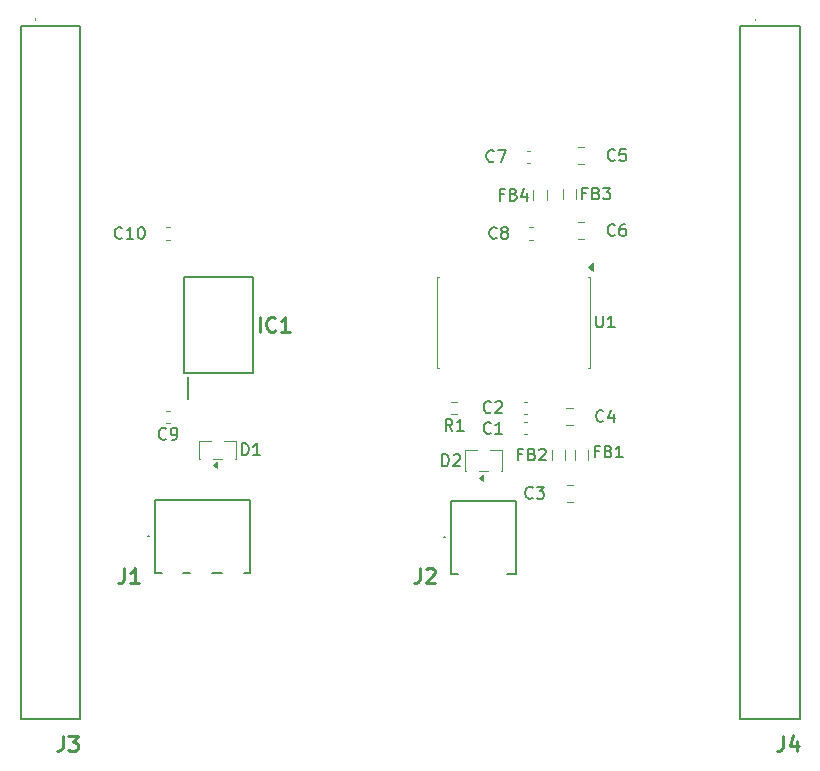
<source format=gto>
%TF.GenerationSoftware,KiCad,Pcbnew,9.0.7-9.0.7~ubuntu24.04.1*%
%TF.CreationDate,2026-01-13T16:37:34+01:00*%
%TF.ProjectId,can_uart,63616e5f-7561-4727-942e-6b696361645f,1.0*%
%TF.SameCoordinates,Original*%
%TF.FileFunction,Legend,Top*%
%TF.FilePolarity,Positive*%
%FSLAX46Y46*%
G04 Gerber Fmt 4.6, Leading zero omitted, Abs format (unit mm)*
G04 Created by KiCad (PCBNEW 9.0.7-9.0.7~ubuntu24.04.1) date 2026-01-13 16:37:34*
%MOMM*%
%LPD*%
G01*
G04 APERTURE LIST*
%ADD10C,0.150000*%
%ADD11C,0.254000*%
%ADD12C,0.120000*%
%ADD13C,0.200000*%
%ADD14C,0.100000*%
G04 APERTURE END LIST*
D10*
X166954166Y-89181009D02*
X166620833Y-89181009D01*
X166620833Y-89704819D02*
X166620833Y-88704819D01*
X166620833Y-88704819D02*
X167097023Y-88704819D01*
X167811309Y-89181009D02*
X167954166Y-89228628D01*
X167954166Y-89228628D02*
X168001785Y-89276247D01*
X168001785Y-89276247D02*
X168049404Y-89371485D01*
X168049404Y-89371485D02*
X168049404Y-89514342D01*
X168049404Y-89514342D02*
X168001785Y-89609580D01*
X168001785Y-89609580D02*
X167954166Y-89657200D01*
X167954166Y-89657200D02*
X167858928Y-89704819D01*
X167858928Y-89704819D02*
X167477976Y-89704819D01*
X167477976Y-89704819D02*
X167477976Y-88704819D01*
X167477976Y-88704819D02*
X167811309Y-88704819D01*
X167811309Y-88704819D02*
X167906547Y-88752438D01*
X167906547Y-88752438D02*
X167954166Y-88800057D01*
X167954166Y-88800057D02*
X168001785Y-88895295D01*
X168001785Y-88895295D02*
X168001785Y-88990533D01*
X168001785Y-88990533D02*
X167954166Y-89085771D01*
X167954166Y-89085771D02*
X167906547Y-89133390D01*
X167906547Y-89133390D02*
X167811309Y-89181009D01*
X167811309Y-89181009D02*
X167477976Y-89181009D01*
X169001785Y-89704819D02*
X168430357Y-89704819D01*
X168716071Y-89704819D02*
X168716071Y-88704819D01*
X168716071Y-88704819D02*
X168620833Y-88847676D01*
X168620833Y-88847676D02*
X168525595Y-88942914D01*
X168525595Y-88942914D02*
X168430357Y-88990533D01*
X161370833Y-93109580D02*
X161323214Y-93157200D01*
X161323214Y-93157200D02*
X161180357Y-93204819D01*
X161180357Y-93204819D02*
X161085119Y-93204819D01*
X161085119Y-93204819D02*
X160942262Y-93157200D01*
X160942262Y-93157200D02*
X160847024Y-93061961D01*
X160847024Y-93061961D02*
X160799405Y-92966723D01*
X160799405Y-92966723D02*
X160751786Y-92776247D01*
X160751786Y-92776247D02*
X160751786Y-92633390D01*
X160751786Y-92633390D02*
X160799405Y-92442914D01*
X160799405Y-92442914D02*
X160847024Y-92347676D01*
X160847024Y-92347676D02*
X160942262Y-92252438D01*
X160942262Y-92252438D02*
X161085119Y-92204819D01*
X161085119Y-92204819D02*
X161180357Y-92204819D01*
X161180357Y-92204819D02*
X161323214Y-92252438D01*
X161323214Y-92252438D02*
X161370833Y-92300057D01*
X161704167Y-92204819D02*
X162323214Y-92204819D01*
X162323214Y-92204819D02*
X161989881Y-92585771D01*
X161989881Y-92585771D02*
X162132738Y-92585771D01*
X162132738Y-92585771D02*
X162227976Y-92633390D01*
X162227976Y-92633390D02*
X162275595Y-92681009D01*
X162275595Y-92681009D02*
X162323214Y-92776247D01*
X162323214Y-92776247D02*
X162323214Y-93014342D01*
X162323214Y-93014342D02*
X162275595Y-93109580D01*
X162275595Y-93109580D02*
X162227976Y-93157200D01*
X162227976Y-93157200D02*
X162132738Y-93204819D01*
X162132738Y-93204819D02*
X161847024Y-93204819D01*
X161847024Y-93204819D02*
X161751786Y-93157200D01*
X161751786Y-93157200D02*
X161704167Y-93109580D01*
D11*
X138260237Y-79074318D02*
X138260237Y-77804318D01*
X139590714Y-78953365D02*
X139530238Y-79013842D01*
X139530238Y-79013842D02*
X139348809Y-79074318D01*
X139348809Y-79074318D02*
X139227857Y-79074318D01*
X139227857Y-79074318D02*
X139046428Y-79013842D01*
X139046428Y-79013842D02*
X138925476Y-78892889D01*
X138925476Y-78892889D02*
X138864999Y-78771937D01*
X138864999Y-78771937D02*
X138804523Y-78530032D01*
X138804523Y-78530032D02*
X138804523Y-78348603D01*
X138804523Y-78348603D02*
X138864999Y-78106699D01*
X138864999Y-78106699D02*
X138925476Y-77985746D01*
X138925476Y-77985746D02*
X139046428Y-77864794D01*
X139046428Y-77864794D02*
X139227857Y-77804318D01*
X139227857Y-77804318D02*
X139348809Y-77804318D01*
X139348809Y-77804318D02*
X139530238Y-77864794D01*
X139530238Y-77864794D02*
X139590714Y-77925270D01*
X140800238Y-79074318D02*
X140074523Y-79074318D01*
X140437380Y-79074318D02*
X140437380Y-77804318D01*
X140437380Y-77804318D02*
X140316428Y-77985746D01*
X140316428Y-77985746D02*
X140195476Y-78106699D01*
X140195476Y-78106699D02*
X140074523Y-78167175D01*
X182576667Y-113304318D02*
X182576667Y-114211461D01*
X182576667Y-114211461D02*
X182516190Y-114392889D01*
X182516190Y-114392889D02*
X182395238Y-114513842D01*
X182395238Y-114513842D02*
X182213809Y-114574318D01*
X182213809Y-114574318D02*
X182092857Y-114574318D01*
X183725714Y-113727651D02*
X183725714Y-114574318D01*
X183423333Y-113243842D02*
X183120952Y-114150984D01*
X183120952Y-114150984D02*
X183907143Y-114150984D01*
D10*
X130333333Y-88109580D02*
X130285714Y-88157200D01*
X130285714Y-88157200D02*
X130142857Y-88204819D01*
X130142857Y-88204819D02*
X130047619Y-88204819D01*
X130047619Y-88204819D02*
X129904762Y-88157200D01*
X129904762Y-88157200D02*
X129809524Y-88061961D01*
X129809524Y-88061961D02*
X129761905Y-87966723D01*
X129761905Y-87966723D02*
X129714286Y-87776247D01*
X129714286Y-87776247D02*
X129714286Y-87633390D01*
X129714286Y-87633390D02*
X129761905Y-87442914D01*
X129761905Y-87442914D02*
X129809524Y-87347676D01*
X129809524Y-87347676D02*
X129904762Y-87252438D01*
X129904762Y-87252438D02*
X130047619Y-87204819D01*
X130047619Y-87204819D02*
X130142857Y-87204819D01*
X130142857Y-87204819D02*
X130285714Y-87252438D01*
X130285714Y-87252438D02*
X130333333Y-87300057D01*
X130809524Y-88204819D02*
X131000000Y-88204819D01*
X131000000Y-88204819D02*
X131095238Y-88157200D01*
X131095238Y-88157200D02*
X131142857Y-88109580D01*
X131142857Y-88109580D02*
X131238095Y-87966723D01*
X131238095Y-87966723D02*
X131285714Y-87776247D01*
X131285714Y-87776247D02*
X131285714Y-87395295D01*
X131285714Y-87395295D02*
X131238095Y-87300057D01*
X131238095Y-87300057D02*
X131190476Y-87252438D01*
X131190476Y-87252438D02*
X131095238Y-87204819D01*
X131095238Y-87204819D02*
X130904762Y-87204819D01*
X130904762Y-87204819D02*
X130809524Y-87252438D01*
X130809524Y-87252438D02*
X130761905Y-87300057D01*
X130761905Y-87300057D02*
X130714286Y-87395295D01*
X130714286Y-87395295D02*
X130714286Y-87633390D01*
X130714286Y-87633390D02*
X130761905Y-87728628D01*
X130761905Y-87728628D02*
X130809524Y-87776247D01*
X130809524Y-87776247D02*
X130904762Y-87823866D01*
X130904762Y-87823866D02*
X131095238Y-87823866D01*
X131095238Y-87823866D02*
X131190476Y-87776247D01*
X131190476Y-87776247D02*
X131238095Y-87728628D01*
X131238095Y-87728628D02*
X131285714Y-87633390D01*
X136761905Y-89517319D02*
X136761905Y-88517319D01*
X136761905Y-88517319D02*
X137000000Y-88517319D01*
X137000000Y-88517319D02*
X137142857Y-88564938D01*
X137142857Y-88564938D02*
X137238095Y-88660176D01*
X137238095Y-88660176D02*
X137285714Y-88755414D01*
X137285714Y-88755414D02*
X137333333Y-88945890D01*
X137333333Y-88945890D02*
X137333333Y-89088747D01*
X137333333Y-89088747D02*
X137285714Y-89279223D01*
X137285714Y-89279223D02*
X137238095Y-89374461D01*
X137238095Y-89374461D02*
X137142857Y-89469700D01*
X137142857Y-89469700D02*
X137000000Y-89517319D01*
X137000000Y-89517319D02*
X136761905Y-89517319D01*
X138285714Y-89517319D02*
X137714286Y-89517319D01*
X138000000Y-89517319D02*
X138000000Y-88517319D01*
X138000000Y-88517319D02*
X137904762Y-88660176D01*
X137904762Y-88660176D02*
X137809524Y-88755414D01*
X137809524Y-88755414D02*
X137714286Y-88803033D01*
X158083333Y-64609580D02*
X158035714Y-64657200D01*
X158035714Y-64657200D02*
X157892857Y-64704819D01*
X157892857Y-64704819D02*
X157797619Y-64704819D01*
X157797619Y-64704819D02*
X157654762Y-64657200D01*
X157654762Y-64657200D02*
X157559524Y-64561961D01*
X157559524Y-64561961D02*
X157511905Y-64466723D01*
X157511905Y-64466723D02*
X157464286Y-64276247D01*
X157464286Y-64276247D02*
X157464286Y-64133390D01*
X157464286Y-64133390D02*
X157511905Y-63942914D01*
X157511905Y-63942914D02*
X157559524Y-63847676D01*
X157559524Y-63847676D02*
X157654762Y-63752438D01*
X157654762Y-63752438D02*
X157797619Y-63704819D01*
X157797619Y-63704819D02*
X157892857Y-63704819D01*
X157892857Y-63704819D02*
X158035714Y-63752438D01*
X158035714Y-63752438D02*
X158083333Y-63800057D01*
X158416667Y-63704819D02*
X159083333Y-63704819D01*
X159083333Y-63704819D02*
X158654762Y-64704819D01*
X158916666Y-67431009D02*
X158583333Y-67431009D01*
X158583333Y-67954819D02*
X158583333Y-66954819D01*
X158583333Y-66954819D02*
X159059523Y-66954819D01*
X159773809Y-67431009D02*
X159916666Y-67478628D01*
X159916666Y-67478628D02*
X159964285Y-67526247D01*
X159964285Y-67526247D02*
X160011904Y-67621485D01*
X160011904Y-67621485D02*
X160011904Y-67764342D01*
X160011904Y-67764342D02*
X159964285Y-67859580D01*
X159964285Y-67859580D02*
X159916666Y-67907200D01*
X159916666Y-67907200D02*
X159821428Y-67954819D01*
X159821428Y-67954819D02*
X159440476Y-67954819D01*
X159440476Y-67954819D02*
X159440476Y-66954819D01*
X159440476Y-66954819D02*
X159773809Y-66954819D01*
X159773809Y-66954819D02*
X159869047Y-67002438D01*
X159869047Y-67002438D02*
X159916666Y-67050057D01*
X159916666Y-67050057D02*
X159964285Y-67145295D01*
X159964285Y-67145295D02*
X159964285Y-67240533D01*
X159964285Y-67240533D02*
X159916666Y-67335771D01*
X159916666Y-67335771D02*
X159869047Y-67383390D01*
X159869047Y-67383390D02*
X159773809Y-67431009D01*
X159773809Y-67431009D02*
X159440476Y-67431009D01*
X160869047Y-67288152D02*
X160869047Y-67954819D01*
X160630952Y-66907200D02*
X160392857Y-67621485D01*
X160392857Y-67621485D02*
X161011904Y-67621485D01*
X166738095Y-77704819D02*
X166738095Y-78514342D01*
X166738095Y-78514342D02*
X166785714Y-78609580D01*
X166785714Y-78609580D02*
X166833333Y-78657200D01*
X166833333Y-78657200D02*
X166928571Y-78704819D01*
X166928571Y-78704819D02*
X167119047Y-78704819D01*
X167119047Y-78704819D02*
X167214285Y-78657200D01*
X167214285Y-78657200D02*
X167261904Y-78609580D01*
X167261904Y-78609580D02*
X167309523Y-78514342D01*
X167309523Y-78514342D02*
X167309523Y-77704819D01*
X168309523Y-78704819D02*
X167738095Y-78704819D01*
X168023809Y-78704819D02*
X168023809Y-77704819D01*
X168023809Y-77704819D02*
X167928571Y-77847676D01*
X167928571Y-77847676D02*
X167833333Y-77942914D01*
X167833333Y-77942914D02*
X167738095Y-77990533D01*
X157833333Y-87609580D02*
X157785714Y-87657200D01*
X157785714Y-87657200D02*
X157642857Y-87704819D01*
X157642857Y-87704819D02*
X157547619Y-87704819D01*
X157547619Y-87704819D02*
X157404762Y-87657200D01*
X157404762Y-87657200D02*
X157309524Y-87561961D01*
X157309524Y-87561961D02*
X157261905Y-87466723D01*
X157261905Y-87466723D02*
X157214286Y-87276247D01*
X157214286Y-87276247D02*
X157214286Y-87133390D01*
X157214286Y-87133390D02*
X157261905Y-86942914D01*
X157261905Y-86942914D02*
X157309524Y-86847676D01*
X157309524Y-86847676D02*
X157404762Y-86752438D01*
X157404762Y-86752438D02*
X157547619Y-86704819D01*
X157547619Y-86704819D02*
X157642857Y-86704819D01*
X157642857Y-86704819D02*
X157785714Y-86752438D01*
X157785714Y-86752438D02*
X157833333Y-86800057D01*
X158785714Y-87704819D02*
X158214286Y-87704819D01*
X158500000Y-87704819D02*
X158500000Y-86704819D01*
X158500000Y-86704819D02*
X158404762Y-86847676D01*
X158404762Y-86847676D02*
X158309524Y-86942914D01*
X158309524Y-86942914D02*
X158214286Y-86990533D01*
X154583333Y-87454819D02*
X154250000Y-86978628D01*
X154011905Y-87454819D02*
X154011905Y-86454819D01*
X154011905Y-86454819D02*
X154392857Y-86454819D01*
X154392857Y-86454819D02*
X154488095Y-86502438D01*
X154488095Y-86502438D02*
X154535714Y-86550057D01*
X154535714Y-86550057D02*
X154583333Y-86645295D01*
X154583333Y-86645295D02*
X154583333Y-86788152D01*
X154583333Y-86788152D02*
X154535714Y-86883390D01*
X154535714Y-86883390D02*
X154488095Y-86931009D01*
X154488095Y-86931009D02*
X154392857Y-86978628D01*
X154392857Y-86978628D02*
X154011905Y-86978628D01*
X155535714Y-87454819D02*
X154964286Y-87454819D01*
X155250000Y-87454819D02*
X155250000Y-86454819D01*
X155250000Y-86454819D02*
X155154762Y-86597676D01*
X155154762Y-86597676D02*
X155059524Y-86692914D01*
X155059524Y-86692914D02*
X154964286Y-86740533D01*
X157833333Y-85859580D02*
X157785714Y-85907200D01*
X157785714Y-85907200D02*
X157642857Y-85954819D01*
X157642857Y-85954819D02*
X157547619Y-85954819D01*
X157547619Y-85954819D02*
X157404762Y-85907200D01*
X157404762Y-85907200D02*
X157309524Y-85811961D01*
X157309524Y-85811961D02*
X157261905Y-85716723D01*
X157261905Y-85716723D02*
X157214286Y-85526247D01*
X157214286Y-85526247D02*
X157214286Y-85383390D01*
X157214286Y-85383390D02*
X157261905Y-85192914D01*
X157261905Y-85192914D02*
X157309524Y-85097676D01*
X157309524Y-85097676D02*
X157404762Y-85002438D01*
X157404762Y-85002438D02*
X157547619Y-84954819D01*
X157547619Y-84954819D02*
X157642857Y-84954819D01*
X157642857Y-84954819D02*
X157785714Y-85002438D01*
X157785714Y-85002438D02*
X157833333Y-85050057D01*
X158214286Y-85050057D02*
X158261905Y-85002438D01*
X158261905Y-85002438D02*
X158357143Y-84954819D01*
X158357143Y-84954819D02*
X158595238Y-84954819D01*
X158595238Y-84954819D02*
X158690476Y-85002438D01*
X158690476Y-85002438D02*
X158738095Y-85050057D01*
X158738095Y-85050057D02*
X158785714Y-85145295D01*
X158785714Y-85145295D02*
X158785714Y-85240533D01*
X158785714Y-85240533D02*
X158738095Y-85383390D01*
X158738095Y-85383390D02*
X158166667Y-85954819D01*
X158166667Y-85954819D02*
X158785714Y-85954819D01*
X167370833Y-86609580D02*
X167323214Y-86657200D01*
X167323214Y-86657200D02*
X167180357Y-86704819D01*
X167180357Y-86704819D02*
X167085119Y-86704819D01*
X167085119Y-86704819D02*
X166942262Y-86657200D01*
X166942262Y-86657200D02*
X166847024Y-86561961D01*
X166847024Y-86561961D02*
X166799405Y-86466723D01*
X166799405Y-86466723D02*
X166751786Y-86276247D01*
X166751786Y-86276247D02*
X166751786Y-86133390D01*
X166751786Y-86133390D02*
X166799405Y-85942914D01*
X166799405Y-85942914D02*
X166847024Y-85847676D01*
X166847024Y-85847676D02*
X166942262Y-85752438D01*
X166942262Y-85752438D02*
X167085119Y-85704819D01*
X167085119Y-85704819D02*
X167180357Y-85704819D01*
X167180357Y-85704819D02*
X167323214Y-85752438D01*
X167323214Y-85752438D02*
X167370833Y-85800057D01*
X168227976Y-86038152D02*
X168227976Y-86704819D01*
X167989881Y-85657200D02*
X167751786Y-86371485D01*
X167751786Y-86371485D02*
X168370833Y-86371485D01*
D11*
X126776667Y-99104318D02*
X126776667Y-100011461D01*
X126776667Y-100011461D02*
X126716190Y-100192889D01*
X126716190Y-100192889D02*
X126595238Y-100313842D01*
X126595238Y-100313842D02*
X126413809Y-100374318D01*
X126413809Y-100374318D02*
X126292857Y-100374318D01*
X128046667Y-100374318D02*
X127320952Y-100374318D01*
X127683809Y-100374318D02*
X127683809Y-99104318D01*
X127683809Y-99104318D02*
X127562857Y-99285746D01*
X127562857Y-99285746D02*
X127441905Y-99406699D01*
X127441905Y-99406699D02*
X127320952Y-99467175D01*
X151826667Y-99054318D02*
X151826667Y-99961461D01*
X151826667Y-99961461D02*
X151766190Y-100142889D01*
X151766190Y-100142889D02*
X151645238Y-100263842D01*
X151645238Y-100263842D02*
X151463809Y-100324318D01*
X151463809Y-100324318D02*
X151342857Y-100324318D01*
X152370952Y-99175270D02*
X152431428Y-99114794D01*
X152431428Y-99114794D02*
X152552381Y-99054318D01*
X152552381Y-99054318D02*
X152854762Y-99054318D01*
X152854762Y-99054318D02*
X152975714Y-99114794D01*
X152975714Y-99114794D02*
X153036190Y-99175270D01*
X153036190Y-99175270D02*
X153096667Y-99296222D01*
X153096667Y-99296222D02*
X153096667Y-99417175D01*
X153096667Y-99417175D02*
X153036190Y-99598603D01*
X153036190Y-99598603D02*
X152310476Y-100324318D01*
X152310476Y-100324318D02*
X153096667Y-100324318D01*
D10*
X168333333Y-64509580D02*
X168285714Y-64557200D01*
X168285714Y-64557200D02*
X168142857Y-64604819D01*
X168142857Y-64604819D02*
X168047619Y-64604819D01*
X168047619Y-64604819D02*
X167904762Y-64557200D01*
X167904762Y-64557200D02*
X167809524Y-64461961D01*
X167809524Y-64461961D02*
X167761905Y-64366723D01*
X167761905Y-64366723D02*
X167714286Y-64176247D01*
X167714286Y-64176247D02*
X167714286Y-64033390D01*
X167714286Y-64033390D02*
X167761905Y-63842914D01*
X167761905Y-63842914D02*
X167809524Y-63747676D01*
X167809524Y-63747676D02*
X167904762Y-63652438D01*
X167904762Y-63652438D02*
X168047619Y-63604819D01*
X168047619Y-63604819D02*
X168142857Y-63604819D01*
X168142857Y-63604819D02*
X168285714Y-63652438D01*
X168285714Y-63652438D02*
X168333333Y-63700057D01*
X169238095Y-63604819D02*
X168761905Y-63604819D01*
X168761905Y-63604819D02*
X168714286Y-64081009D01*
X168714286Y-64081009D02*
X168761905Y-64033390D01*
X168761905Y-64033390D02*
X168857143Y-63985771D01*
X168857143Y-63985771D02*
X169095238Y-63985771D01*
X169095238Y-63985771D02*
X169190476Y-64033390D01*
X169190476Y-64033390D02*
X169238095Y-64081009D01*
X169238095Y-64081009D02*
X169285714Y-64176247D01*
X169285714Y-64176247D02*
X169285714Y-64414342D01*
X169285714Y-64414342D02*
X169238095Y-64509580D01*
X169238095Y-64509580D02*
X169190476Y-64557200D01*
X169190476Y-64557200D02*
X169095238Y-64604819D01*
X169095238Y-64604819D02*
X168857143Y-64604819D01*
X168857143Y-64604819D02*
X168761905Y-64557200D01*
X168761905Y-64557200D02*
X168714286Y-64509580D01*
X168333333Y-70859580D02*
X168285714Y-70907200D01*
X168285714Y-70907200D02*
X168142857Y-70954819D01*
X168142857Y-70954819D02*
X168047619Y-70954819D01*
X168047619Y-70954819D02*
X167904762Y-70907200D01*
X167904762Y-70907200D02*
X167809524Y-70811961D01*
X167809524Y-70811961D02*
X167761905Y-70716723D01*
X167761905Y-70716723D02*
X167714286Y-70526247D01*
X167714286Y-70526247D02*
X167714286Y-70383390D01*
X167714286Y-70383390D02*
X167761905Y-70192914D01*
X167761905Y-70192914D02*
X167809524Y-70097676D01*
X167809524Y-70097676D02*
X167904762Y-70002438D01*
X167904762Y-70002438D02*
X168047619Y-69954819D01*
X168047619Y-69954819D02*
X168142857Y-69954819D01*
X168142857Y-69954819D02*
X168285714Y-70002438D01*
X168285714Y-70002438D02*
X168333333Y-70050057D01*
X169190476Y-69954819D02*
X169000000Y-69954819D01*
X169000000Y-69954819D02*
X168904762Y-70002438D01*
X168904762Y-70002438D02*
X168857143Y-70050057D01*
X168857143Y-70050057D02*
X168761905Y-70192914D01*
X168761905Y-70192914D02*
X168714286Y-70383390D01*
X168714286Y-70383390D02*
X168714286Y-70764342D01*
X168714286Y-70764342D02*
X168761905Y-70859580D01*
X168761905Y-70859580D02*
X168809524Y-70907200D01*
X168809524Y-70907200D02*
X168904762Y-70954819D01*
X168904762Y-70954819D02*
X169095238Y-70954819D01*
X169095238Y-70954819D02*
X169190476Y-70907200D01*
X169190476Y-70907200D02*
X169238095Y-70859580D01*
X169238095Y-70859580D02*
X169285714Y-70764342D01*
X169285714Y-70764342D02*
X169285714Y-70526247D01*
X169285714Y-70526247D02*
X169238095Y-70431009D01*
X169238095Y-70431009D02*
X169190476Y-70383390D01*
X169190476Y-70383390D02*
X169095238Y-70335771D01*
X169095238Y-70335771D02*
X168904762Y-70335771D01*
X168904762Y-70335771D02*
X168809524Y-70383390D01*
X168809524Y-70383390D02*
X168761905Y-70431009D01*
X168761905Y-70431009D02*
X168714286Y-70526247D01*
X165916666Y-67331009D02*
X165583333Y-67331009D01*
X165583333Y-67854819D02*
X165583333Y-66854819D01*
X165583333Y-66854819D02*
X166059523Y-66854819D01*
X166773809Y-67331009D02*
X166916666Y-67378628D01*
X166916666Y-67378628D02*
X166964285Y-67426247D01*
X166964285Y-67426247D02*
X167011904Y-67521485D01*
X167011904Y-67521485D02*
X167011904Y-67664342D01*
X167011904Y-67664342D02*
X166964285Y-67759580D01*
X166964285Y-67759580D02*
X166916666Y-67807200D01*
X166916666Y-67807200D02*
X166821428Y-67854819D01*
X166821428Y-67854819D02*
X166440476Y-67854819D01*
X166440476Y-67854819D02*
X166440476Y-66854819D01*
X166440476Y-66854819D02*
X166773809Y-66854819D01*
X166773809Y-66854819D02*
X166869047Y-66902438D01*
X166869047Y-66902438D02*
X166916666Y-66950057D01*
X166916666Y-66950057D02*
X166964285Y-67045295D01*
X166964285Y-67045295D02*
X166964285Y-67140533D01*
X166964285Y-67140533D02*
X166916666Y-67235771D01*
X166916666Y-67235771D02*
X166869047Y-67283390D01*
X166869047Y-67283390D02*
X166773809Y-67331009D01*
X166773809Y-67331009D02*
X166440476Y-67331009D01*
X167345238Y-66854819D02*
X167964285Y-66854819D01*
X167964285Y-66854819D02*
X167630952Y-67235771D01*
X167630952Y-67235771D02*
X167773809Y-67235771D01*
X167773809Y-67235771D02*
X167869047Y-67283390D01*
X167869047Y-67283390D02*
X167916666Y-67331009D01*
X167916666Y-67331009D02*
X167964285Y-67426247D01*
X167964285Y-67426247D02*
X167964285Y-67664342D01*
X167964285Y-67664342D02*
X167916666Y-67759580D01*
X167916666Y-67759580D02*
X167869047Y-67807200D01*
X167869047Y-67807200D02*
X167773809Y-67854819D01*
X167773809Y-67854819D02*
X167488095Y-67854819D01*
X167488095Y-67854819D02*
X167392857Y-67807200D01*
X167392857Y-67807200D02*
X167345238Y-67759580D01*
D11*
X121576667Y-113304318D02*
X121576667Y-114211461D01*
X121576667Y-114211461D02*
X121516190Y-114392889D01*
X121516190Y-114392889D02*
X121395238Y-114513842D01*
X121395238Y-114513842D02*
X121213809Y-114574318D01*
X121213809Y-114574318D02*
X121092857Y-114574318D01*
X122060476Y-113304318D02*
X122846667Y-113304318D01*
X122846667Y-113304318D02*
X122423333Y-113788127D01*
X122423333Y-113788127D02*
X122604762Y-113788127D01*
X122604762Y-113788127D02*
X122725714Y-113848603D01*
X122725714Y-113848603D02*
X122786190Y-113909080D01*
X122786190Y-113909080D02*
X122846667Y-114030032D01*
X122846667Y-114030032D02*
X122846667Y-114332413D01*
X122846667Y-114332413D02*
X122786190Y-114453365D01*
X122786190Y-114453365D02*
X122725714Y-114513842D01*
X122725714Y-114513842D02*
X122604762Y-114574318D01*
X122604762Y-114574318D02*
X122241905Y-114574318D01*
X122241905Y-114574318D02*
X122120952Y-114513842D01*
X122120952Y-114513842D02*
X122060476Y-114453365D01*
D10*
X153722905Y-90440070D02*
X153722905Y-89440070D01*
X153722905Y-89440070D02*
X153961000Y-89440070D01*
X153961000Y-89440070D02*
X154103857Y-89487689D01*
X154103857Y-89487689D02*
X154199095Y-89582927D01*
X154199095Y-89582927D02*
X154246714Y-89678165D01*
X154246714Y-89678165D02*
X154294333Y-89868641D01*
X154294333Y-89868641D02*
X154294333Y-90011498D01*
X154294333Y-90011498D02*
X154246714Y-90201974D01*
X154246714Y-90201974D02*
X154199095Y-90297212D01*
X154199095Y-90297212D02*
X154103857Y-90392451D01*
X154103857Y-90392451D02*
X153961000Y-90440070D01*
X153961000Y-90440070D02*
X153722905Y-90440070D01*
X154675286Y-89535308D02*
X154722905Y-89487689D01*
X154722905Y-89487689D02*
X154818143Y-89440070D01*
X154818143Y-89440070D02*
X155056238Y-89440070D01*
X155056238Y-89440070D02*
X155151476Y-89487689D01*
X155151476Y-89487689D02*
X155199095Y-89535308D01*
X155199095Y-89535308D02*
X155246714Y-89630546D01*
X155246714Y-89630546D02*
X155246714Y-89725784D01*
X155246714Y-89725784D02*
X155199095Y-89868641D01*
X155199095Y-89868641D02*
X154627667Y-90440070D01*
X154627667Y-90440070D02*
X155246714Y-90440070D01*
X158333333Y-71109580D02*
X158285714Y-71157200D01*
X158285714Y-71157200D02*
X158142857Y-71204819D01*
X158142857Y-71204819D02*
X158047619Y-71204819D01*
X158047619Y-71204819D02*
X157904762Y-71157200D01*
X157904762Y-71157200D02*
X157809524Y-71061961D01*
X157809524Y-71061961D02*
X157761905Y-70966723D01*
X157761905Y-70966723D02*
X157714286Y-70776247D01*
X157714286Y-70776247D02*
X157714286Y-70633390D01*
X157714286Y-70633390D02*
X157761905Y-70442914D01*
X157761905Y-70442914D02*
X157809524Y-70347676D01*
X157809524Y-70347676D02*
X157904762Y-70252438D01*
X157904762Y-70252438D02*
X158047619Y-70204819D01*
X158047619Y-70204819D02*
X158142857Y-70204819D01*
X158142857Y-70204819D02*
X158285714Y-70252438D01*
X158285714Y-70252438D02*
X158333333Y-70300057D01*
X158904762Y-70633390D02*
X158809524Y-70585771D01*
X158809524Y-70585771D02*
X158761905Y-70538152D01*
X158761905Y-70538152D02*
X158714286Y-70442914D01*
X158714286Y-70442914D02*
X158714286Y-70395295D01*
X158714286Y-70395295D02*
X158761905Y-70300057D01*
X158761905Y-70300057D02*
X158809524Y-70252438D01*
X158809524Y-70252438D02*
X158904762Y-70204819D01*
X158904762Y-70204819D02*
X159095238Y-70204819D01*
X159095238Y-70204819D02*
X159190476Y-70252438D01*
X159190476Y-70252438D02*
X159238095Y-70300057D01*
X159238095Y-70300057D02*
X159285714Y-70395295D01*
X159285714Y-70395295D02*
X159285714Y-70442914D01*
X159285714Y-70442914D02*
X159238095Y-70538152D01*
X159238095Y-70538152D02*
X159190476Y-70585771D01*
X159190476Y-70585771D02*
X159095238Y-70633390D01*
X159095238Y-70633390D02*
X158904762Y-70633390D01*
X158904762Y-70633390D02*
X158809524Y-70681009D01*
X158809524Y-70681009D02*
X158761905Y-70728628D01*
X158761905Y-70728628D02*
X158714286Y-70823866D01*
X158714286Y-70823866D02*
X158714286Y-71014342D01*
X158714286Y-71014342D02*
X158761905Y-71109580D01*
X158761905Y-71109580D02*
X158809524Y-71157200D01*
X158809524Y-71157200D02*
X158904762Y-71204819D01*
X158904762Y-71204819D02*
X159095238Y-71204819D01*
X159095238Y-71204819D02*
X159190476Y-71157200D01*
X159190476Y-71157200D02*
X159238095Y-71109580D01*
X159238095Y-71109580D02*
X159285714Y-71014342D01*
X159285714Y-71014342D02*
X159285714Y-70823866D01*
X159285714Y-70823866D02*
X159238095Y-70728628D01*
X159238095Y-70728628D02*
X159190476Y-70681009D01*
X159190476Y-70681009D02*
X159095238Y-70633390D01*
X126607142Y-71109580D02*
X126559523Y-71157200D01*
X126559523Y-71157200D02*
X126416666Y-71204819D01*
X126416666Y-71204819D02*
X126321428Y-71204819D01*
X126321428Y-71204819D02*
X126178571Y-71157200D01*
X126178571Y-71157200D02*
X126083333Y-71061961D01*
X126083333Y-71061961D02*
X126035714Y-70966723D01*
X126035714Y-70966723D02*
X125988095Y-70776247D01*
X125988095Y-70776247D02*
X125988095Y-70633390D01*
X125988095Y-70633390D02*
X126035714Y-70442914D01*
X126035714Y-70442914D02*
X126083333Y-70347676D01*
X126083333Y-70347676D02*
X126178571Y-70252438D01*
X126178571Y-70252438D02*
X126321428Y-70204819D01*
X126321428Y-70204819D02*
X126416666Y-70204819D01*
X126416666Y-70204819D02*
X126559523Y-70252438D01*
X126559523Y-70252438D02*
X126607142Y-70300057D01*
X127559523Y-71204819D02*
X126988095Y-71204819D01*
X127273809Y-71204819D02*
X127273809Y-70204819D01*
X127273809Y-70204819D02*
X127178571Y-70347676D01*
X127178571Y-70347676D02*
X127083333Y-70442914D01*
X127083333Y-70442914D02*
X126988095Y-70490533D01*
X128178571Y-70204819D02*
X128273809Y-70204819D01*
X128273809Y-70204819D02*
X128369047Y-70252438D01*
X128369047Y-70252438D02*
X128416666Y-70300057D01*
X128416666Y-70300057D02*
X128464285Y-70395295D01*
X128464285Y-70395295D02*
X128511904Y-70585771D01*
X128511904Y-70585771D02*
X128511904Y-70823866D01*
X128511904Y-70823866D02*
X128464285Y-71014342D01*
X128464285Y-71014342D02*
X128416666Y-71109580D01*
X128416666Y-71109580D02*
X128369047Y-71157200D01*
X128369047Y-71157200D02*
X128273809Y-71204819D01*
X128273809Y-71204819D02*
X128178571Y-71204819D01*
X128178571Y-71204819D02*
X128083333Y-71157200D01*
X128083333Y-71157200D02*
X128035714Y-71109580D01*
X128035714Y-71109580D02*
X127988095Y-71014342D01*
X127988095Y-71014342D02*
X127940476Y-70823866D01*
X127940476Y-70823866D02*
X127940476Y-70585771D01*
X127940476Y-70585771D02*
X127988095Y-70395295D01*
X127988095Y-70395295D02*
X128035714Y-70300057D01*
X128035714Y-70300057D02*
X128083333Y-70252438D01*
X128083333Y-70252438D02*
X128178571Y-70204819D01*
X160454166Y-89431009D02*
X160120833Y-89431009D01*
X160120833Y-89954819D02*
X160120833Y-88954819D01*
X160120833Y-88954819D02*
X160597023Y-88954819D01*
X161311309Y-89431009D02*
X161454166Y-89478628D01*
X161454166Y-89478628D02*
X161501785Y-89526247D01*
X161501785Y-89526247D02*
X161549404Y-89621485D01*
X161549404Y-89621485D02*
X161549404Y-89764342D01*
X161549404Y-89764342D02*
X161501785Y-89859580D01*
X161501785Y-89859580D02*
X161454166Y-89907200D01*
X161454166Y-89907200D02*
X161358928Y-89954819D01*
X161358928Y-89954819D02*
X160977976Y-89954819D01*
X160977976Y-89954819D02*
X160977976Y-88954819D01*
X160977976Y-88954819D02*
X161311309Y-88954819D01*
X161311309Y-88954819D02*
X161406547Y-89002438D01*
X161406547Y-89002438D02*
X161454166Y-89050057D01*
X161454166Y-89050057D02*
X161501785Y-89145295D01*
X161501785Y-89145295D02*
X161501785Y-89240533D01*
X161501785Y-89240533D02*
X161454166Y-89335771D01*
X161454166Y-89335771D02*
X161406547Y-89383390D01*
X161406547Y-89383390D02*
X161311309Y-89431009D01*
X161311309Y-89431009D02*
X160977976Y-89431009D01*
X161930357Y-89050057D02*
X161977976Y-89002438D01*
X161977976Y-89002438D02*
X162073214Y-88954819D01*
X162073214Y-88954819D02*
X162311309Y-88954819D01*
X162311309Y-88954819D02*
X162406547Y-89002438D01*
X162406547Y-89002438D02*
X162454166Y-89050057D01*
X162454166Y-89050057D02*
X162501785Y-89145295D01*
X162501785Y-89145295D02*
X162501785Y-89240533D01*
X162501785Y-89240533D02*
X162454166Y-89383390D01*
X162454166Y-89383390D02*
X161882738Y-89954819D01*
X161882738Y-89954819D02*
X162501785Y-89954819D01*
D12*
%TO.C,FB1*%
X164977500Y-89910242D02*
X164977500Y-89089758D01*
X166097500Y-89910242D02*
X166097500Y-89089758D01*
%TO.C,C3*%
X164276248Y-92015000D02*
X164798752Y-92015000D01*
X164276248Y-93485000D02*
X164798752Y-93485000D01*
D13*
%TO.C,IC1*%
X131825000Y-74450000D02*
X137675000Y-74450000D01*
X131825000Y-82550000D02*
X131825000Y-74450000D01*
X132170000Y-84750000D02*
X132170000Y-82900000D01*
X137675000Y-74450000D02*
X137675000Y-82550000D01*
X137675000Y-82550000D02*
X131825000Y-82550000D01*
%TO.C,J4*%
X178970000Y-53155000D02*
X183970000Y-53155000D01*
X178970000Y-111825000D02*
X178970000Y-53155000D01*
D14*
X180200000Y-52550000D02*
X180200000Y-52550000D01*
X180200000Y-52650000D02*
X180200000Y-52650000D01*
D13*
X183970000Y-53155000D02*
X183970000Y-111825000D01*
X183970000Y-111825000D02*
X178970000Y-111825000D01*
D14*
X180200000Y-52550000D02*
G75*
G02*
X180200000Y-52650000I0J-50000D01*
G01*
X180200000Y-52650000D02*
G75*
G02*
X180200000Y-52550000I0J50000D01*
G01*
D12*
%TO.C,C9*%
X130353733Y-85740000D02*
X130646267Y-85740000D01*
X130353733Y-86760000D02*
X130646267Y-86760000D01*
%TO.C,D1*%
X133140000Y-88302500D02*
X134140000Y-88302500D01*
X133140000Y-89822500D02*
X133140000Y-88302500D01*
X133190000Y-89822500D02*
X133140000Y-89822500D01*
X135090000Y-89822500D02*
X134310000Y-89822500D01*
X135260000Y-88302500D02*
X136260000Y-88302500D01*
X136260000Y-88302500D02*
X136260000Y-89822500D01*
X136260000Y-89822500D02*
X136210000Y-89822500D01*
X134650000Y-90602500D02*
X134320000Y-90362500D01*
X134650000Y-90122500D01*
X134650000Y-90602500D01*
G36*
X134650000Y-90602500D02*
G01*
X134320000Y-90362500D01*
X134650000Y-90122500D01*
X134650000Y-90602500D01*
G37*
%TO.C,C7*%
X161146267Y-63740000D02*
X160853733Y-63740000D01*
X161146267Y-64760000D02*
X160853733Y-64760000D01*
%TO.C,FB4*%
X161440000Y-67910242D02*
X161440000Y-67089758D01*
X162560000Y-67910242D02*
X162560000Y-67089758D01*
%TO.C,U1*%
X153240000Y-74390000D02*
X153475000Y-74390000D01*
X153240000Y-82110000D02*
X153240000Y-74390000D01*
X153475000Y-82110000D02*
X153240000Y-82110000D01*
X166025000Y-74390000D02*
X166260000Y-74390000D01*
X166260000Y-74390000D02*
X166260000Y-82110000D01*
X166260000Y-82110000D02*
X166025000Y-82110000D01*
X166500000Y-73940000D02*
X166030000Y-73600000D01*
X166500000Y-73260000D01*
X166500000Y-73940000D01*
G36*
X166500000Y-73940000D02*
G01*
X166030000Y-73600000D01*
X166500000Y-73260000D01*
X166500000Y-73940000D01*
G37*
%TO.C,C1*%
X160603733Y-86740000D02*
X160896267Y-86740000D01*
X160603733Y-87760000D02*
X160896267Y-87760000D01*
%TO.C,R1*%
X154495276Y-84977500D02*
X155004724Y-84977500D01*
X154495276Y-86022500D02*
X155004724Y-86022500D01*
%TO.C,C2*%
X160896267Y-84990000D02*
X160603733Y-84990000D01*
X160896267Y-86010000D02*
X160603733Y-86010000D01*
%TO.C,C4*%
X164238748Y-85515000D02*
X164761252Y-85515000D01*
X164238748Y-86985000D02*
X164761252Y-86985000D01*
D13*
%TO.C,J1*%
X128800000Y-96400000D02*
X128800000Y-96400000D01*
X128800000Y-96400000D02*
X128800000Y-96400000D01*
X128900000Y-96400000D02*
X128900000Y-96400000D01*
X129400000Y-93300000D02*
X137480000Y-93300000D01*
X129400000Y-99500000D02*
X129400000Y-93300000D01*
X130000000Y-99500000D02*
X129400000Y-99500000D01*
X132400000Y-99500000D02*
X131800000Y-99500000D01*
X135100000Y-99500000D02*
X134200000Y-99500000D01*
X137480000Y-93300000D02*
X137480000Y-99500000D01*
X137480000Y-99500000D02*
X136900000Y-99500000D01*
X128800000Y-96400000D02*
G75*
G02*
X128900000Y-96400000I50000J0D01*
G01*
X128900000Y-96400000D02*
G75*
G02*
X128800000Y-96400000I-50000J0D01*
G01*
X128900000Y-96400000D02*
G75*
G02*
X128800000Y-96400000I-50000J0D01*
G01*
%TO.C,J2*%
X153841000Y-96485251D02*
X153841000Y-96485251D01*
X153841000Y-96485251D02*
X153841000Y-96485251D01*
X153941000Y-96485251D02*
X153941000Y-96485251D01*
X154441000Y-93385251D02*
X159981000Y-93385251D01*
X154441000Y-99585251D02*
X154441000Y-93385251D01*
X155041000Y-99585251D02*
X154441000Y-99585251D01*
X159981000Y-93385251D02*
X159981000Y-99585251D01*
X159981000Y-99585251D02*
X159241000Y-99585251D01*
X153841000Y-96485251D02*
G75*
G02*
X153941000Y-96485251I50000J0D01*
G01*
X153941000Y-96485251D02*
G75*
G02*
X153841000Y-96485251I-50000J0D01*
G01*
X153941000Y-96485251D02*
G75*
G02*
X153841000Y-96485251I-50000J0D01*
G01*
D12*
%TO.C,C5*%
X165761252Y-63415000D02*
X165238748Y-63415000D01*
X165761252Y-64885000D02*
X165238748Y-64885000D01*
%TO.C,C6*%
X165238748Y-69765000D02*
X165761252Y-69765000D01*
X165238748Y-71235000D02*
X165761252Y-71235000D01*
%TO.C,FB3*%
X163940000Y-67810242D02*
X163940000Y-66989758D01*
X165060000Y-67810242D02*
X165060000Y-66989758D01*
D13*
%TO.C,J3*%
X118030000Y-53155000D02*
X123030000Y-53155000D01*
X118030000Y-111825000D02*
X118030000Y-53155000D01*
D14*
X119260000Y-52550000D02*
X119260000Y-52550000D01*
X119260000Y-52650000D02*
X119260000Y-52650000D01*
D13*
X123030000Y-53155000D02*
X123030000Y-111825000D01*
X123030000Y-111825000D02*
X118030000Y-111825000D01*
D14*
X119260000Y-52550000D02*
G75*
G02*
X119260000Y-52650000I0J-50000D01*
G01*
X119260000Y-52650000D02*
G75*
G02*
X119260000Y-52550000I0J50000D01*
G01*
D12*
%TO.C,D2*%
X155651000Y-89075251D02*
X156651000Y-89075251D01*
X155651000Y-90895251D02*
X155651000Y-89075251D01*
X155701000Y-90895251D02*
X155651000Y-90895251D01*
X157601000Y-90895251D02*
X156821000Y-90895251D01*
X157771000Y-89075251D02*
X158771000Y-89075251D01*
X158771000Y-89075251D02*
X158771000Y-90895251D01*
X158771000Y-90895251D02*
X158721000Y-90895251D01*
X157161000Y-91675251D02*
X156831000Y-91435251D01*
X157161000Y-91195251D01*
X157161000Y-91675251D01*
G36*
X157161000Y-91675251D02*
G01*
X156831000Y-91435251D01*
X157161000Y-91195251D01*
X157161000Y-91675251D01*
G37*
%TO.C,C8*%
X161396267Y-70240000D02*
X161103733Y-70240000D01*
X161396267Y-71260000D02*
X161103733Y-71260000D01*
%TO.C,C10*%
X130353733Y-70240000D02*
X130646267Y-70240000D01*
X130353733Y-71260000D02*
X130646267Y-71260000D01*
%TO.C,FB2*%
X162977500Y-89089758D02*
X162977500Y-89910242D01*
X164097500Y-89089758D02*
X164097500Y-89910242D01*
%TD*%
M02*

</source>
